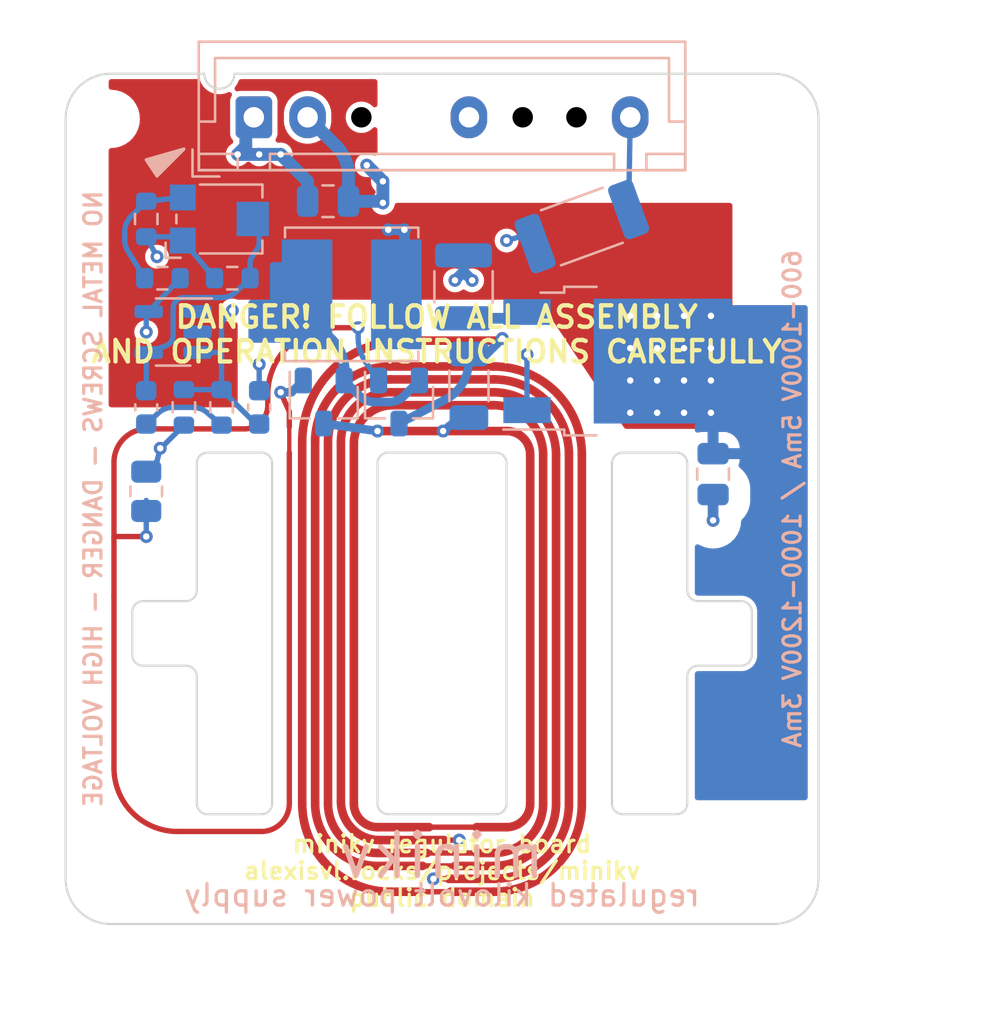
<source format=kicad_pcb>
(kicad_pcb (version 20220914) (generator pcbnew)
  (layers (0 "F.Cu" signal) (1 "In1.Cu" signal) (2 "In2.Cu" signal) (31 "B.Cu" signal) (34 "B.Paste" user) (35 "F.Paste" user) (36 "B.SilkS" user "B.Silkscreen") (37 "F.SilkS" user "F.Silkscreen") (38 "B.Mask" user) (39 "F.Mask" user) (44 "Edge.Cuts" user))
  (net 0 "")
  (net 1 "Net-(Q2-C)")
  (net 2 "GND")
  (net 3 "Net-(U1-R)")
  (net 4 "Net-(C4-Pad2)")
  (net 5 "+12V")
  (net 6 "Net-(Q3-G)")
  (net 7 "Net-(Q3-S)")
  (net 10 "/1kV")
  (net 11 "Net-(R4-Pad1)")
  (net 12 "/500Vpp")
  (net 13 "/RoyerReg")
  (net 14 "Net-(Q2-B)")
  (net 15 "Net-(Q1-C)")
  (net 16 "Net-(Q1-E)")
  (net 17 "Net-(Q1-B)")
  (net 18 "Net-(R2-Pad2)")
  (footprint "alexisvl:NetTie-0.4mm" (layer "F.Cu") (at 150.8 111.4)
    (fp_text reference "TW2" hide)
    (fp_text value "2½T" hide)
    (fp_poly (pts (xy -0.5 -0.2) (xy 0.5 -0.2) (xy 0.5 0.2) (xy -0.5 0.2)) (fill solid) (layer "F.Cu"))
    (pad "1" smd circle (at -0.5 0) (size 0.4 0.4) (layers "F.Cu") (net 5 "+12V"))
    (pad "2" smd circle (at 0.5 0) (size 0.4 0.4) (layers "F.Cu") (net 1 "Net-(Q2-C)"))
  )
  (footprint "alexisvl:NetTie-0.4mm" (layer "F.Cu") (at 149.6 109.6)
    (fp_text reference "TW1" hide)
    (fp_text value "2½T" hide)
    (fp_poly (pts (xy -0.5 -0.2) (xy 0.5 -0.2) (xy 0.5 0.2) (xy -0.5 0.2)) (fill solid) (layer "F.Cu"))
    (pad "1" smd circle (at -0.5 0) (size 0.4 0.4) (layers "F.Cu") (net 15 "Net-(Q1-C)"))
    (pad "2" smd circle (at 0.5 0) (size 0.4 0.4) (layers "F.Cu") (net 5 "+12V"))
  )
  (footprint "MountingHole:MountingHole_2.2mm_M2" (layer "F.Cu") (at 165.4 111.4)
    (fp_text reference "H3" hide)
    (fp_text value "MountingHole")
    (pad "" np_thru_hole circle (at 0 0) (size 2.2 2.2) (drill 2.2) (layers *.Cu *.Mask))
  )
  (footprint "MountingHole:MountingHole_2.2mm_M2" (layer "F.Cu") (at 165.4 76.1)
    (fp_text reference "H2" hide)
    (fp_text value "MountingHole")
    (pad "" np_thru_hole circle (at 0 0) (size 2.2 2.2) (drill 2.2) (layers *.Cu *.Mask))
  )
  (footprint "MountingHole:MountingHole_2.2mm_M2" (layer "F.Cu") (at 134.6 111.4)
    (fp_text reference "H4" hide)
    (fp_text value "MountingHole")
    (pad "" np_thru_hole circle (at 0 0) (size 2.2 2.2) (drill 2.2) (layers *.Cu *.Mask))
  )
  (footprint "alexisvl:NetTie-0.2mm-1mmClear" (layer "F.Cu") (at 142.9 91 90)
    (fp_text reference "TW3" hide)
    (fp_text value "½T" hide)
    (fp_line (start -0.6 0) (end 0.6 0) (stroke (width 0.2)) (layer "F.Cu"))
    (pad "1" smd circle (at -0.6 0 90) (size 0.2 0.2) (layers "F.Cu") (net 17 "Net-(Q1-B)"))
    (pad "2" smd circle (at 0.6 0 90) (size 0.2 0.2) (layers "F.Cu") (net 14 "Net-(Q2-B)"))
  )
  (footprint "MountingHole:MountingHole_2.2mm_M2" (layer "F.Cu") (at 134.6 76.1)
    (fp_text reference "H1" hide)
    (fp_text value "MountingHole")
    (pad "" np_thru_hole circle (at 0 0) (size 2.2 2.2) (drill 2.2) (layers *.Cu *.Mask))
  )
  (footprint "Potentiometer_SMD:Potentiometer_Bourns_TC33X_Vertical" (layer "B.Cu") (at 139.75 80.75)
    (fp_text reference "RV1" hide)
    (fp_text value "100k")
    (fp_line (start -2.6 1.8) (end -2.6 1.1) (stroke (width 0.12)) (layer "B.SilkS"))
    (fp_line (start -2.1 0.2) (end -2.1 -0.2) (stroke (width 0.12)) (layer "B.SilkS"))
    (fp_line (start -1.9 1.8) (end -2.6 1.8) (stroke (width 0.12)) (layer "B.SilkS"))
    (fp_line (start -1 -1.6) (end 1.9 -1.6) (stroke (width 0.12)) (layer "B.SilkS"))
    (fp_line (start -1 1.6) (end 1.9 1.6) (stroke (width 0.12)) (layer "B.SilkS"))
    (fp_line (start 1.9 -1.6) (end 1.9 -1) (stroke (width 0.12)) (layer "B.SilkS"))
    (fp_line (start 1.9 1.6) (end 1.9 1) (stroke (width 0.12)) (layer "B.SilkS"))
    (pad "1" smd rect (at -1.8 1) (size 1.2 1.2) (layers "B.Cu" "B.Paste" "B.Mask") (net 11 "Net-(R4-Pad1)"))
    (pad "2" smd rect (at 1.45 0) (size 1.5 1.6) (layers "B.Cu" "B.Paste" "B.Mask") (net 3 "Net-(U1-R)"))
    (pad "3" smd rect (at -1.8 -1) (size 1.2 1.2) (layers "B.Cu" "B.Paste" "B.Mask") (net 18 "Net-(R2-Pad2)"))
  )
  (footprint "Capacitor_SMD:C_0603_1608Metric" (layer "B.Cu") (at 141.5 89.5 90)
    (fp_text reference "C5" hide)
    (fp_text value "220n")
    (fp_line (start -0.14058 -0.51) (end 0.14058 -0.51) (stroke (width 0.12)) (layer "B.SilkS"))
    (fp_line (start -0.14058 0.51) (end 0.14058 0.51) (stroke (width 0.12)) (layer "B.SilkS"))
    (pad "1" smd roundrect (at -0.775 0 90) (size 0.9 0.95) (layers "B.Cu" "B.Paste" "B.Mask") (net 6 "Net-(Q3-G)"))
    (pad "2" smd roundrect (at 0.775 0 90) (size 0.9 0.95) (layers "B.Cu" "B.Paste" "B.Mask") (net 2 "GND"))
  )
  (footprint "Resistor_SMD:R_0603_1608Metric" (layer "B.Cu") (at 138 89.5 90)
    (fp_text reference "R6" hide)
    (fp_text value "15k")
    (fp_line (start -0.237258 -0.5225) (end 0.237258 -0.5225) (stroke (width 0.12)) (layer "B.SilkS"))
    (fp_line (start -0.237258 0.5225) (end 0.237258 0.5225) (stroke (width 0.12)) (layer "B.SilkS"))
    (pad "1" smd roundrect (at -0.825 0 90) (size 0.8 0.95) (layers "B.Cu" "B.Paste" "B.Mask") (net 5 "+12V"))
    (pad "2" smd roundrect (at 0.825 0 90) (size 0.8 0.95) (layers "B.Cu" "B.Paste" "B.Mask") (net 6 "Net-(Q3-G)"))
  )
  (footprint "Inductor_SMD:L_Bourns_SRN6045TA" (layer "B.Cu") (at 145.8 84.25)
    (fp_text reference "L1" hide)
    (fp_text value "220u")
    (fp_line (start -3.1 -3.1) (end -3.1 -2.65) (stroke (width 0.12)) (layer "B.SilkS"))
    (fp_line (start -3.1 3.1) (end -3.1 2.65) (stroke (width 0.12)) (layer "B.SilkS"))
    (fp_line (start -3.1 3.1) (end 3.1 3.1) (stroke (width 0.12)) (layer "B.SilkS"))
    (fp_line (start 3.1 -3.1) (end -3.1 -3.1) (stroke (width 0.12)) (layer "B.SilkS"))
    (fp_line (start 3.1 -3.1) (end 3.1 -2.65) (stroke (width 0.12)) (layer "B.SilkS"))
    (fp_line (start 3.1 3.1) (end 3.1 2.65) (stroke (width 0.12)) (layer "B.SilkS"))
    (pad "1" smd rect (at -2.075 0) (size 2.35 5.1) (layers "B.Cu" "B.Paste" "B.Mask") (net 16 "Net-(Q1-E)"))
    (pad "2" smd rect (at 2.075 0) (size 2.35 5.1) (layers "B.Cu" "B.Paste" "B.Mask") (net 13 "/RoyerReg"))
  )
  (footprint "Resistor_SMD:R_1210_3225Metric" (layer "B.Cu") (at 151 83.9 90)
    (fp_text reference "R8" hide)
    (fp_text value "1r")
    (fp_line (start -0.723737 -1.355) (end 0.723737 -1.355) (stroke (width 0.12)) (layer "B.SilkS"))
    (fp_line (start -0.723737 1.355) (end 0.723737 1.355) (stroke (width 0.12)) (layer "B.SilkS"))
    (pad "1" smd roundrect (at -1.4625 0 90) (size 1.125 2.65) (layers "B.Cu" "B.Paste" "B.Mask") (roundrect_rratio 0.222222) (net 7 "Net-(Q3-S)"))
    (pad "2" smd roundrect (at 1.4625 0 90) (size 1.125 2.65) (layers "B.Cu" "B.Paste" "B.Mask") (roundrect_rratio 0.222222) (net 2 "GND"))
  )
  (footprint "Capacitor_SMD:C_0805_2012Metric" (layer "B.Cu") (at 144.7 79.925)
    (fp_text reference "C2" hide)
    (fp_text value "1u")
    (fp_line (start -0.261252 -0.735) (end 0.261252 -0.735) (stroke (width 0.12)) (layer "B.SilkS"))
    (fp_line (start -0.261252 0.735) (end 0.261252 0.735) (stroke (width 0.12)) (layer "B.SilkS"))
    (pad "1" smd roundrect (at -0.95 0) (size 1 1.45) (layers "B.Cu" "B.Paste" "B.Mask") (net 5 "+12V"))
    (pad "2" smd roundrect (at 0.95 0) (size 1 1.45) (layers "B.Cu" "B.Paste" "B.Mask") (net 2 "GND"))
  )
  (footprint "Capacitor_SMD:C_0603_1608Metric" (layer "B.Cu") (at 136.25 89.5 -90)
    (fp_text reference "C4" hide)
    (fp_text value "390p")
    (fp_line (start -0.14058 -0.51) (end 0.14058 -0.51) (stroke (width 0.12)) (layer "B.SilkS"))
    (fp_line (start -0.14058 0.51) (end 0.14058 0.51) (stroke (width 0.12)) (layer "B.SilkS"))
    (pad "1" smd roundrect (at -0.775 0 270) (size 0.9 0.95) (layers "B.Cu" "B.Paste" "B.Mask") (net 3 "Net-(U1-R)"))
    (pad "2" smd roundrect (at 0.775 0 270) (size 0.9 0.95) (layers "B.Cu" "B.Paste" "B.Mask") (net 4 "Net-(C4-Pad2)"))
  )
  (footprint "alexisvl:SOT-23" (layer "B.Cu") (at 148 89.25 -90)
    (fp_text reference "Q1" hide)
    (fp_text value "PBSS8110")
    (fp_line (start 0.76 -1.58) (end -0.7 -1.58) (stroke (width 0.12)) (layer "B.SilkS"))
    (fp_line (start 0.76 -1.58) (end 0.76 -0.65) (stroke (width 0.12)) (layer "B.SilkS"))
    (fp_line (start 0.76 1.58) (end -1.4 1.58) (stroke (width 0.12)) (layer "B.SilkS"))
    (fp_line (start 0.76 1.58) (end 0.76 0.65) (stroke (width 0.12)) (layer "B.SilkS"))
    (pad "1" smd roundrect (at -1 0.95 270) (size 1.2 0.8) (layers "B.Cu" "B.Paste" "B.Mask") (net 17 "Net-(Q1-B)"))
    (pad "2" smd roundrect (at -1 -0.95 270) (size 1.2 0.8) (layers "B.Cu" "B.Paste" "B.Mask") (net 16 "Net-(Q1-E)"))
    (pad "3" smd roundrect (at 1 0 270) (size 1.2 0.8) (layers "B.Cu" "B.Paste" "B.Mask") (net 15 "Net-(Q1-C)"))
  )
  (footprint "Capacitor_SMD:C_0805_2012Metric" (layer "B.Cu") (at 162.6 92.6 90)
    (fp_text reference "C3" hide)
    (fp_text value "1u")
    (fp_line (start -0.261252 -0.735) (end 0.261252 -0.735) (stroke (width 0.12)) (layer "B.SilkS"))
    (fp_line (start -0.261252 0.735) (end 0.261252 0.735) (stroke (width 0.12)) (layer "B.SilkS"))
    (pad "1" smd roundrect (at -0.95 0 90) (size 1 1.45) (layers "B.Cu" "B.Paste" "B.Mask") (net 5 "+12V"))
    (pad "2" smd roundrect (at 0.95 0 90) (size 1 1.45) (layers "B.Cu" "B.Paste" "B.Mask") (net 13 "/RoyerReg"))
  )
  (footprint "Resistor_SMD:R_0603_1608Metric" (layer "B.Cu") (at 137 83.5)
    (fp_text reference "R3" hide)
    (fp_text value "9k1")
    (fp_line (start -0.237258 -0.5225) (end 0.237258 -0.5225) (stroke (width 0.12)) (layer "B.SilkS"))
    (fp_line (start -0.237258 0.5225) (end 0.237258 0.5225) (stroke (width 0.12)) (layer "B.SilkS"))
    (pad "1" smd roundrect (at -0.825 0) (size 0.8 0.95) (layers "B.Cu" "B.Paste" "B.Mask") (net 18 "Net-(R2-Pad2)"))
    (pad "2" smd roundrect (at 0.825 0) (size 0.8 0.95) (layers "B.Cu" "B.Paste" "B.Mask") (net 2 "GND"))
  )
  (footprint "Resistor_SMD:R_0603_1608Metric" (layer "B.Cu") (at 136.25 80.75 90)
    (fp_text reference "R2" hide)
    (fp_text value "15k")
    (fp_line (start -0.237258 -0.5225) (end 0.237258 -0.5225) (stroke (width 0.12)) (layer "B.SilkS"))
    (fp_line (start -0.237258 0.5225) (end 0.237258 0.5225) (stroke (width 0.12)) (layer "B.SilkS"))
    (pad "1" smd roundrect (at -0.825 0 90) (size 0.8 0.95) (layers "B.Cu" "B.Paste" "B.Mask") (net 11 "Net-(R4-Pad1)"))
    (pad "2" smd roundrect (at 0.825 0 90) (size 0.8 0.95) (layers "B.Cu" "B.Paste" "B.Mask") (net 18 "Net-(R2-Pad2)"))
  )
  (footprint "Resistor_SMD:R_0805_2012Metric" (layer "B.Cu") (at 136.25 93.4 -90)
    (fp_text reference "R7" hide)
    (fp_text value "1k")
    (fp_line (start -0.227064 -0.735) (end 0.227064 -0.735) (stroke (width 0.12)) (layer "B.SilkS"))
    (fp_line (start -0.227064 0.735) (end 0.227064 0.735) (stroke (width 0.12)) (layer "B.SilkS"))
    (pad "1" smd roundrect (at -0.9125 0 270) (size 1.025 1.4) (layers "B.Cu" "B.Paste" "B.Mask") (roundrect_rratio 0.243902) (net 5 "+12V"))
    (pad "2" smd roundrect (at 0.9125 0 270) (size 1.025 1.4) (layers "B.Cu" "B.Paste" "B.Mask") (roundrect_rratio 0.243902) (net 17 "Net-(Q1-B)"))
  )
  (footprint "Connector_JST:JST_XH_B8B-XH-A_1x08_P2.50mm_Vertical" (layer "B.Cu") (at 141.25 76.025)
    (fp_text reference "J1" hide)
    (fp_text value "Conn_01x08")
    (fp_line (start -2.85 2.75) (end -2.85 1.5) (stroke (width 0.12)) (layer "B.SilkS"))
    (fp_line (start -2.56 -3.51) (end 20.06 -3.51) (stroke (width 0.12)) (layer "B.SilkS"))
    (fp_line (start -2.56 2.46) (end -2.56 -3.51) (stroke (width 0.12)) (layer "B.SilkS"))
    (fp_line (start -2.55 0.2) (end -1.8 0.2) (stroke (width 0.12)) (layer "B.SilkS"))
    (fp_line (start -2.55 1.7) (end -0.75 1.7) (stroke (width 0.12)) (layer "B.SilkS"))
    (fp_line (start -2.55 2.45) (end -2.55 1.7) (stroke (width 0.12)) (layer "B.SilkS"))
    (fp_line (start -1.8 -2.75) (end 8.75 -2.75) (stroke (width 0.12)) (layer "B.SilkS"))
    (fp_line (start -1.8 0.2) (end -1.8 -2.75) (stroke (width 0.12)) (layer "B.SilkS"))
    (fp_line (start -1.6 2.75) (end -2.85 2.75) (stroke (width 0.12)) (layer "B.SilkS"))
    (fp_line (start -0.75 1.7) (end -0.75 2.45) (stroke (width 0.12)) (layer "B.SilkS"))
    (fp_line (start -0.75 2.45) (end -2.55 2.45) (stroke (width 0.12)) (layer "B.SilkS"))
    (fp_line (start 0.75 1.7) (end 16.75 1.7) (stroke (width 0.12)) (layer "B.SilkS"))
    (fp_line (start 0.75 2.45) (end 0.75 1.7) (stroke (width 0.12)) (layer "B.SilkS"))
    (fp_line (start 16.75 1.7) (end 16.75 2.45) (stroke (width 0.12)) (layer "B.SilkS"))
    (fp_line (start 16.75 2.45) (end 0.75 2.45) (stroke (width 0.12)) (layer "B.SilkS"))
    (fp_line (start 18.25 1.7) (end 20.05 1.7) (stroke (width 0.12)) (layer "B.SilkS"))
    (fp_line (start 18.25 2.45) (end 18.25 1.7) (stroke (width 0.12)) (layer "B.SilkS"))
    (fp_line (start 19.3 -2.75) (end 8.75 -2.75) (stroke (width 0.12)) (layer "B.SilkS"))
    (fp_line (start 19.3 0.2) (end 19.3 -2.75) (stroke (width 0.12)) (layer "B.SilkS"))
    (fp_line (start 20.05 0.2) (end 19.3 0.2) (stroke (width 0.12)) (layer "B.SilkS"))
    (fp_line (start 20.05 1.7) (end 20.05 2.45) (stroke (width 0.12)) (layer "B.SilkS"))
    (fp_line (start 20.05 2.45) (end 18.25 2.45) (stroke (width 0.12)) (layer "B.SilkS"))
    (fp_line (start 20.06 -3.51) (end 20.06 2.46) (stroke (width 0.12)) (layer "B.SilkS"))
    (fp_line (start 20.06 2.46) (end -2.56 2.46) (stroke (width 0.12)) (layer "B.SilkS"))
    (pad "" np_thru_hole circle (at 5 0) (size 0.95 0.95) (drill 0.95) (layers *.Mask))
    (pad "" np_thru_hole circle (at 7.5 0) (size 0.95 0.95) (drill 0.95) (layers F&B.Cu *.Mask))
    (pad "" np_thru_hole circle (at 12.5 0) (size 0.95 0.95) (drill 0.95) (layers *.Mask))
    (pad "" np_thru_hole circle (at 15 0) (size 0.95 0.95) (drill 0.95) (layers *.Mask))
    (pad "1" thru_hole roundrect (at 0 0) (size 1.7 1.95) (drill 0.95) (layers *.Cu *.Mask) (roundrect_rratio 0.147059) (net 5 "+12V"))
    (pad "2" thru_hole oval (at 2.5 0) (size 1.7 1.95) (drill 0.95) (layers *.Cu *.Mask) (net 2 "GND"))
    (pad "5" thru_hole oval (at 10 0) (size 1.7 1.95) (drill 0.95) (layers *.Cu *.Mask) (net 12 "/500Vpp"))
    (pad "8" thru_hole oval (at 17.5 0) (size 1.7 1.95) (drill 0.95) (layers *.Cu *.Mask) (net 10 "/1kV"))
  )
  (footprint "alexisvl:SOT-23" (layer "B.Cu") (at 144.5 89.25 -90)
    (fp_text reference "Q2" hide)
    (fp_text value "PBSS8110")
    (fp_line (start 0.76 -1.58) (end -0.7 -1.58) (stroke (width 0.12)) (layer "B.SilkS"))
    (fp_line (start 0.76 -1.58) (end 0.76 -0.65) (stroke (width 0.12)) (layer "B.SilkS"))
    (fp_line (start 0.76 1.58) (end -1.4 1.58) (stroke (width 0.12)) (layer "B.SilkS"))
    (fp_line (start 0.76 1.58) (end 0.76 0.65) (stroke (width 0.12)) (layer "B.SilkS"))
    (pad "1" smd roundrect (at -1 0.95 270) (size 1.2 0.8) (layers "B.Cu" "B.Paste" "B.Mask") (net 14 "Net-(Q2-B)"))
    (pad "2" smd roundrect (at -1 -0.95 270) (size 1.2 0.8) (layers "B.Cu" "B.Paste" "B.Mask") (net 16 "Net-(Q1-E)"))
    (pad "3" smd roundrect (at 1 0 270) (size 1.2 0.8) (layers "B.Cu" "B.Paste" "B.Mask") (net 1 "Net-(Q2-C)"))
  )
  (footprint "Resistor_SMD:R_0603_1608Metric" (layer "B.Cu") (at 139.75 89.5 90)
    (fp_text reference "R5" hide)
    (fp_text value "3M3")
    (fp_line (start -0.237258 -0.5225) (end 0.237258 -0.5225) (stroke (width 0.12)) (layer "B.SilkS"))
    (fp_line (start -0.237258 0.5225) (end 0.237258 0.5225) (stroke (width 0.12)) (layer "B.SilkS"))
    (pad "1" smd roundrect (at -0.825 0 90) (size 0.8 0.95) (layers "B.Cu" "B.Paste" "B.Mask") (net 4 "Net-(C4-Pad2)"))
    (pad "2" smd roundrect (at 0.825 0 90) (size 0.8 0.95) (layers "B.Cu" "B.Paste" "B.Mask") (net 6 "Net-(Q3-G)"))
  )
  (footprint "Resistor_SMD:R_0603_1608Metric" (layer "B.Cu") (at 140.25 83.5)
    (fp_text reference "R4" hide)
    (fp_text value "100k")
    (fp_line (start -0.237258 -0.5225) (end 0.237258 -0.5225) (stroke (width 0.12)) (layer "B.SilkS"))
    (fp_line (start -0.237258 0.5225) (end 0.237258 0.5225) (stroke (width 0.12)) (layer "B.SilkS"))
    (pad "1" smd roundrect (at -0.825 0) (size 0.8 0.95) (layers "B.Cu" "B.Paste" "B.Mask") (net 11 "Net-(R4-Pad1)"))
    (pad "2" smd roundrect (at 0.825 0) (size 0.8 0.95) (layers "B.Cu" "B.Paste" "B.Mask") (net 3 "Net-(U1-R)"))
  )
  (footprint "Package_TO_SOT_SMD:TO-252-2" (layer "B.Cu") (at 158.15 87.35)
    (fp_text reference "Q3" hide)
    (fp_text value "PJD25N03")
    (fp_line (start -2.47 -3.45) (end -2.47 -3.18) (stroke (width 0.12)) (layer "B.SilkS"))
    (fp_line (start -2.47 -3.18) (end -3.57 -3.18) (stroke (width 0.12)) (layer "B.SilkS"))
    (fp_line (start -2.47 3.18) (end -5.3 3.18) (stroke (width 0.12)) (layer "B.SilkS"))
    (fp_line (start -2.47 3.45) (end -2.47 3.18) (stroke (width 0.12)) (layer "B.SilkS"))
    (fp_line (start -0.97 -3.45) (end -2.47 -3.45) (stroke (width 0.12)) (layer "B.SilkS"))
    (fp_line (start -0.97 3.45) (end -2.47 3.45) (stroke (width 0.12)) (layer "B.SilkS"))
    (pad "1" smd rect (at -4.2 2.28) (size 2.2 1.2) (layers "B.Cu" "B.Paste" "B.Mask") (net 6 "Net-(Q3-G)"))
    (pad "2" smd rect (at 2.1 0) (size 6.4 5.8) (layers "B.Cu" "B.Mask") (net 13 "/RoyerReg"))
    (pad "3" smd rect (at -4.2 -2.28) (size 2.2 1.2) (layers "B.Cu" "B.Paste" "B.Mask") (net 7 "Net-(Q3-S)"))
  )
  (footprint "Capacitor_SMD:C_1206_3216Metric" (layer "B.Cu") (at 151.25 88.5 -90)
    (fp_text reference "C1" hide)
    (fp_text value "15n")
    (fp_line (start -0.711252 -0.91) (end 0.711252 -0.91) (stroke (width 0.12)) (layer "B.SilkS"))
    (fp_line (start -0.711252 0.91) (end 0.711252 0.91) (stroke (width 0.12)) (layer "B.SilkS"))
    (pad "1" smd roundrect (at -1.475 0 270) (size 1.15 1.8) (layers "B.Cu" "B.Paste" "B.Mask") (roundrect_rratio 0.217391) (net 15 "Net-(Q1-C)"))
    (pad "2" smd roundrect (at 1.475 0 270) (size 1.15 1.8) (layers "B.Cu" "B.Paste" "B.Mask") (roundrect_rratio 0.217391) (net 1 "Net-(Q2-C)"))
  )
  (footprint "Package_TO_SOT_SMD:SOT-23-5" (layer "B.Cu") (at 137.5 86 180)
    (fp_text reference "U1" hide)
    (fp_text value "TLV431")
    (fp_line (start 0 -1.56) (end -0.8 -1.56) (stroke (width 0.12)) (layer "B.SilkS"))
    (fp_line (start 0 -1.56) (end 0.8 -1.56) (stroke (width 0.12)) (layer "B.SilkS"))
    (fp_line (start 0 1.56) (end -1.8 1.56) (stroke (width 0.12)) (layer "B.SilkS"))
    (fp_line (start 0 1.56) (end 0.8 1.56) (stroke (width 0.12)) (layer "B.SilkS"))
    (pad "1" smd roundrect (at -1.1375 0.95 180) (size 1.325 0.6) (layers "B.Cu" "B.Paste" "B.Mask"))
    (pad "2" smd roundrect (at -1.1375 0 180) (size 1.325 0.6) (layers "B.Cu" "B.Paste" "B.Mask"))
    (pad "3" smd roundrect (at -1.1375 -0.95 180) (size 1.325 0.6) (layers "B.Cu" "B.Paste" "B.Mask") (net 6 "Net-(Q3-G)"))
    (pad "4" smd roundrect (at 1.1375 -0.95 180) (size 1.325 0.6) (layers "B.Cu" "B.Paste" "B.Mask") (net 3 "Net-(U1-R)"))
    (pad "5" smd roundrect (at 1.1375 0.95 180) (size 1.325 0.6) (layers "B.Cu" "B.Paste" "B.Mask") (net 2 "GND"))
  )
  (footprint "Resistor_SMD:R_2010_5025Metric" (layer "B.Cu") (at 156.5 81.1 -160)
    (fp_text reference "R1" hide)
    (fp_text value "10M")
    (fp_line (start -1.527064 -1.36) (end 1.527064 -1.36) (stroke (width 0.12)) (layer "B.SilkS"))
    (fp_line (start -1.527064 1.36) (end 1.527064 1.36) (stroke (width 0.12)) (layer "B.SilkS"))
    (pad "1" smd roundrect (at -2.3125 0 200) (size 1.225 2.65) (layers "B.Cu" "B.Paste" "B.Mask") (roundrect_rratio 0.204082) (net 10 "/1kV"))
    (pad "2" smd roundrect (at 2.3125 0 200) (size 1.225 2.65) (layers "B.Cu" "B.Paste" "B.Mask") (roundrect_rratio 0.204082) (net 11 "Net-(R4-Pad1)"))
  )
  (gr_poly (pts (xy 136.75 78.75) (xy 136.25 78) (xy 138 77.5)) (stroke (width 0.15)) (fill solid) (layer "B.SilkS"))
  (gr_line (start 138.95 74) (end 134.6 74) (stroke (width 0.1)) (layer "Edge.Cuts"))
  (gr_line (start 136.1 101.5) (end 138.1 101.5) (stroke (width 0.1)) (layer "Edge.Cuts"))
  (gr_arc (start 157.9 92.1) (mid 158.046447 91.746447) (end 158.4 91.6) (stroke (width 0.1)) (layer "Edge.Cuts"))
  (gr_line (start 139.1 91.6) (end 141.6 91.6) (stroke (width 0.1)) (layer "Edge.Cuts"))
  (gr_line (start 160.9 108.4) (end 158.4 108.4) (stroke (width 0.1)) (layer "Edge.Cuts"))
  (gr_arc (start 161.4 107.9) (mid 161.253553 108.253553) (end 160.9 108.4) (stroke (width 0.1)) (layer "Edge.Cuts"))
  (gr_line (start 135.6 99) (end 135.6 101) (stroke (width 0.1)) (layer "Edge.Cuts"))
  (gr_arc (start 134.6 113.5) (mid 133.115076 112.884924) (end 132.5 111.4) (stroke (width 0.1)) (layer "Edge.Cuts"))
  (gr_arc (start 153 107.9) (mid 152.853553 108.253553) (end 152.5 108.4) (stroke (width 0.1)) (layer "Edge.Cuts"))
  (gr_arc (start 142.1 107.9) (mid 141.953553 108.253553) (end 141.6 108.4) (stroke (width 0.1)) (layer "Edge.Cuts"))
  (gr_line (start 164.4 99) (end 164.4 101) (stroke (width 0.1)) (layer "Edge.Cuts"))
  (gr_line (start 163.9 101.5) (end 161.9 101.5) (stroke (width 0.1)) (layer "Edge.Cuts"))
  (gr_line (start 147 92.1) (end 147 107.9) (stroke (width 0.1)) (layer "Edge.Cuts"))
  (gr_arc (start 138.6 98) (mid 138.453553 98.353553) (end 138.1 98.5) (stroke (width 0.1)) (layer "Edge.Cuts"))
  (gr_arc (start 165.4 74) (mid 166.884924 74.615076) (end 167.5 76.1) (stroke (width 0.1)) (layer "Edge.Cuts"))
  (gr_line (start 141.6 108.4) (end 139.1 108.4) (stroke (width 0.1)) (layer "Edge.Cuts"))
  (gr_line (start 161.4 102) (end 161.4 107.9) (stroke (width 0.1)) (layer "Edge.Cuts"))
  (gr_line (start 138.6 98) (end 138.6 92.1) (stroke (width 0.1)) (layer "Edge.Cuts"))
  (gr_line (start 161.9 98.5) (end 163.9 98.5) (stroke (width 0.1)) (layer "Edge.Cuts"))
  (gr_line (start 138.1 98.5) (end 136.1 98.5) (stroke (width 0.1)) (layer "Edge.Cuts"))
  (gr_line (start 138.6 107.9) (end 138.6 102) (stroke (width 0.1)) (layer "Edge.Cuts"))
  (gr_line (start 158.4 91.6) (end 160.9 91.6) (stroke (width 0.1)) (layer "Edge.Cuts"))
  (gr_line (start 167.5 76.1) (end 167.5 111.4) (stroke (width 0.1)) (layer "Edge.Cuts"))
  (gr_arc (start 147 92.1) (mid 147.146447 91.746447) (end 147.5 91.6) (stroke (width 0.1)) (layer "Edge.Cuts"))
  (gr_arc (start 147.5 108.4) (mid 147.146447 108.253553) (end 147 107.9) (stroke (width 0.1)) (layer "Edge.Cuts"))
  (gr_arc (start 139.1 108.4) (mid 138.746447 108.253553) (end 138.6 107.9) (stroke (width 0.1)) (layer "Edge.Cuts"))
  (gr_arc (start 161.9 98.5) (mid 161.546447 98.353553) (end 161.4 98) (stroke (width 0.1)) (layer "Edge.Cuts"))
  (gr_arc (start 160.9 91.6) (mid 161.253553 91.746447) (end 161.4 92.1) (stroke (width 0.1)) (layer "Edge.Cuts"))
  (gr_arc (start 141.6 91.6) (mid 141.953553 91.746447) (end 142.1 92.1) (stroke (width 0.1)) (layer "Edge.Cuts"))
  (gr_arc (start 132.5 76.1) (mid 133.115076 74.615076) (end 134.6 74) (stroke (width 0.1)) (layer "Edge.Cuts"))
  (gr_line (start 147.5 108.4) (end 152.5 108.4) (stroke (width 0.1)) (layer "Edge.Cuts"))
  (gr_arc (start 140.35 74) (mid 139.65 74.7) (end 138.95 74) (stroke (width 0.1)) (layer "Edge.Cuts"))
  (gr_line (start 153 107.9) (end 153 92.1) (stroke (width 0.1)) (layer "Edge.Cuts"))
  (gr_arc (start 136.1 101.5) (mid 135.746447 101.353553) (end 135.6 101) (stroke (width 0.1)) (layer "Edge.Cuts"))
  (gr_line (start 140.35 74) (end 165.4 74) (stroke (width 0.1)) (layer "Edge.Cuts"))
  (gr_line (start 157.9 107.9) (end 157.9 92.1) (stroke (width 0.1)) (layer "Edge.Cuts"))
  (gr_line (start 165.4 113.5) (end 134.6 113.5) (stroke (width 0.1)) (layer "Edge.Cuts"))
  (gr_arc (start 135.6 99) (mid 135.746447 98.646447) (end 136.1 98.5) (stroke (width 0.1)) (layer "Edge.Cuts"))
  (gr_line (start 161.4 92.1) (end 161.4 98) (stroke (width 0.1)) (layer "Edge.Cuts"))
  (gr_arc (start 152.5 91.6) (mid 152.853553 91.746447) (end 153 92.1) (stroke (width 0.1)) (layer "Edge.Cuts"))
  (gr_arc (start 158.4 108.4) (mid 158.046447 108.253553) (end 157.9 107.9) (stroke (width 0.1)) (layer "Edge.Cuts"))
  (gr_arc (start 138.1 101.5) (mid 138.453553 101.646447) (end 138.6 102) (stroke (width 0.1)) (layer "Edge.Cuts"))
  (gr_arc (start 163.9 98.5) (mid 164.253553 98.646447) (end 164.4 99) (stroke (width 0.1)) (layer "Edge.Cuts"))
  (gr_arc (start 164.4 101) (mid 164.253553 101.353553) (end 163.9 101.5) (stroke (width 0.1)) (layer "Edge.Cuts"))
  (gr_line (start 132.5 111.4) (end 132.5 76.1) (stroke (width 0.1)) (layer "Edge.Cuts"))
  (gr_arc (start 161.4 102) (mid 161.546447 101.646447) (end 161.9 101.5) (stroke (width 0.1)) (layer "Edge.Cuts"))
  (gr_arc (start 138.6 92.1) (mid 138.746447 91.746447) (end 139.1 91.6) (stroke (width 0.1)) (layer "Edge.Cuts"))
  (gr_arc (start 167.5 111.4) (mid 166.884924 112.884924) (end 165.4 113.5) (stroke (width 0.1)) (layer "Edge.Cuts"))
  (gr_line (start 142.1 92.1) (end 142.1 107.9) (stroke (width 0.1)) (layer "Edge.Cuts"))
  (gr_line (start 152.5 91.6) (end 147.5 91.6) (stroke (width 0.1)) (layer "Edge.Cuts"))
  (gr_text "NO METAL SCREWS — DANGER — HIGH VOLTAGE" (at 134.25 93.75 90) (layer "B.SilkS") (effects (font (size 0.8 0.8)) (justify bottom mirror)))
  (gr_text "regulated kilovolt power supply" (at 150 112.75) (layer "B.SilkS") (effects (font (size 1 1)) (justify bottom mirror)))
  (gr_text "minikv" (at 150 111.5) (layer "B.SilkS") (effects (font (size 2 2) (thickness 0.25)) (justify bottom mirror)))
  (gr_text "600-1000V 5mA / 1000-1200V 3mA" (at 166.75 93.75 90) (layer "B.SilkS") (effects (font (size 0.8 0.8)) (justify bottom mirror)))
  (gr_text "minikv regulator board" (at 150 110.25) (layer "F.SilkS") (effects (font (size 0.8 0.8)) (justify bottom)))
  (gr_text "DANGER! FOLLOW ALL ASSEMBLY\nAND OPERATION INSTRUCTIONS CAREFULLY" (at 149.75 87.5) (layer "F.SilkS") (effects (font (size 1 1) (thickness 0.2) bold) (justify bottom)))
  (gr_text "public domain" (at 150 112.75) (layer "F.SilkS") (effects (font (size 0.8 0.8)) (justify bottom)))
  (gr_text "alexisvl.rocks/projects/minikv" (at 150 111.5) (layer "F.SilkS") (effects (font (size 0.8 0.8)) (justify bottom)))
  (segment (start 149.3 110.2) (end 151.6 110.2) (width 0.25) (layer "F.Cu") (net 1))
  (segment (start 155.9 91.7) (end 155.9 107.9) (width 0.4) (layer "F.Cu") (net 1))
  (segment (start 147.6 88.2) (end 152.4 88.2) (width 0.4) (layer "F.Cu") (net 1))
  (segment (start 145.9 107.9) (end 145.9 91.2) (width 0.4) (layer "F.Cu") (net 1))
  (segment (start 154.1 91.7) (end 154.1 107.9) (width 0.4) (layer "F.Cu") (net 1))
  (segment (start 147.7 89.4) (end 152.4 89.4) (width 0.4) (layer "F.Cu") (net 1))
  (segment (start 149.3 110.2) (end 147 110.2) (width 0.4) (layer "F.Cu") (net 1))
  (segment (start 150.05 90.6) (end 153 90.6) (width 0.4) (layer "F.Cu") (net 1))
  (segment (start 149.4 109) (end 151.6 109) (width 0.25) (layer "F.Cu") (net 1))
  (segment (start 147 90.6) (end 150.05 90.6) (width 0.4) (layer "F.Cu") (net 1))
  (segment (start 153 109) (end 151.6 109) (width 0.4) (layer "F.Cu") (net 1))
  (segment (start 152.4 111.4) (end 151.3 111.4) (width 0.4) (layer "F.Cu") (net 1))
  (segment (start 154.7 91.7) (end 154.7 107.9) (width 0.4) (layer "F.Cu") (net 1))
  (segment (start 149.4 109) (end 147 109) (width 0.4) (layer "F.Cu") (net 1))
  (segment (start 144.7 107.9) (end 144.7 91.1) (width 0.4) (layer "F.Cu") (net 1))
  (segment (start 152.4 110.2) (end 151.6 110.2) (width 0.4) (layer "F.Cu") (net 1))
  (via (at 147 90.6) (size 0.6) (drill 0.3) (layers "F.Cu" "B.Cu") (net 1))
  (via (at 150.05 90.6) (size 0.6) (drill 0.3) (layers "F.Cu" "B.Cu") (net 1))
  (arc (start 154.7 107.9) (mid 154.026346 109.526346) (end 152.4 110.2) (width 0.4) (layer "F.Cu") (net 1))
  (arc (start 147 109) (mid 146.222183 108.677817) (end 145.9 107.9) (width 0.4) (layer "F.Cu") (net 1))
  (arc (start 153 90.6) (mid 153.777817 90.922183) (end 154.1 91.7) (width 0.4) (layer "F.Cu") (net 1))
  (arc (start 144.7 91.1) (mid 145.54939 89.04939) (end 147.6 88.2) (width 0.4) (layer "F.Cu") (net 1))
  (arc (start 145.9 91.2) (mid 146.427208 89.927208) (end 147.7 89.4) (width 0.4) (layer "F.Cu") (net 1))
  (arc (start 152.4 89.4) (mid 154.026346 90.073654) (end 154.7 91.7) (width 0.4) (layer "F.Cu") (net 1))
  (arc (start 152.4 88.2) (mid 154.874874 89.225126) (end 155.9 91.7) (width 0.4) (layer "F.Cu") (net 1))
  (arc (start 154.1 107.9) (mid 153.777817 108.677817) (end 153 109) (width 0.4) (layer "F.Cu") (net 1))
  (arc (start 155.9 107.9) (mid 154.874874 110.374874) (end 152.4 111.4) (width 0.4) (layer "F.Cu") (net 1))
  (arc (start 147 110.2) (mid 145.373654 109.526346) (end 144.7 107.9) (width 0.4) (layer "F.Cu") (net 1))
  (segment (start 147 90.6) (end 144.5 90.25) (width 0.4) (layer "B.Cu") (net 1))
  (segment (start 150.825 89.975) (end 151.25 89.975) (width 0.4) (layer "B.Cu") (net 1))
  (segment (start 150.05 90.6) (end 150.825 89.975) (width 0.4) (layer "B.Cu") (net 1))
  (via (at 150.6 83.6) (size 0.6) (drill 0.3) (layers "F.Cu" "B.Cu") (net 2))
  (via (at 141.5 87.5) (size 0.6) (drill 0.3) (layers "F.Cu" "B.Cu") (net 2))
  (via (at 151.4 83.6) (size 0.6) (drill 0.3) (layers "F.Cu" "B.Cu") (net 2))
  (via (at 146.5 78.25) (size 0.6) (drill 0.3) (layers "F.Cu" "B.Cu") (net 2))
  (via (at 147.25 79) (size 0.6) (drill 0.3) (layers "F.Cu" "B.Cu") (net 2))
  (via (at 136.25 86) (size 0.6) (drill 0.3) (layers "F.Cu" "B.Cu") (net 2))
  (via (at 147.25 80) (size 0.6) (drill 0.3) (layers "F.Cu" "B.Cu") (net 2))
  (segment (start 147.25 80) (end 147.25 79) (width 0.6) (layer "B.Cu") (net 2))
  (segment (start 143.75 76.025) (end 145.064214 77.339214) (width 0.6) (layer "B.Cu") (net 2))
  (segment (start 145.65 78.753427) (end 145.65 79.925) (width 0.6) (layer "B.Cu") (net 2))
  (segment (start 147.175 79.925) (end 145.65 79.925) (width 0.6) (layer "B.Cu") (net 2))
  (segment (start 151 83.2) (end 150.6 83.6) (width 0.5) (layer "B.Cu") (net 2))
  (segment (start 151 83.2) (end 151.4 83.6) (width 0.5) (layer "B.Cu") (net 2))
  (segment (start 136.25 85.1625) (end 136.3625 85.05) (width 0.25) (layer "B.Cu") (net 2))
  (segment (start 136.25 86) (end 136.25 85.1625) (width 0.25) (layer "B.Cu") (net 2))
  (segment (start 151 82.4375) (end 151 83.2) (width 0.5) (layer "B.Cu") (net 2))
  (segment (start 147.25 80) (end 147.175 79.925) (width 0.6) (layer "B.Cu") (net 2))
  (segment (start 136.3625 85.05) (end 137.825 83.5) (width 0.25) (layer "B.Cu") (net 2))
  (segment (start 141.5 88.725) (end 141.5 87.5) (width 0.25) (layer "B.Cu") (net 2))
  (segment (start 147.25 79) (end 146.5 78.25) (width 0.6) (layer "B.Cu") (net 2))
  (arc (start 145.064214 77.339214) (mid 145.497759 77.98806) (end 145.65 78.753427) (width 0.6) (layer "B.Cu") (net 2))
  (segment (start 136.3625 86.95) (end 137.183932 86.625038) (width 0.25) (layer "B.Cu") (net 3))
  (segment (start 136.25 88.725) (end 136.25 87.0625) (width 0.25) (layer "B.Cu") (net 3))
  (segment (start 141.156515 82.52533) (end 141.418485 82.124671) (width 0.25) (layer "B.Cu") (net 3))
  (segment (start 137.5 86.160098) (end 137.5 84.9) (width 0.25) (layer "B.Cu") (net 3))
  (segment (start 136.25 87.0625) (end 136.3625 86.95) (width 0.25) (layer "B.Cu") (net 3))
  (segment (start 141.5 81.851046) (end 141.5 81.257107) (width 0.25) (layer "B.Cu") (net 3))
  (segment (start 141.353553 80.903553) (end 141.2 80.75) (width 0.25) (layer "B.Cu") (net 3))
  (segment (start 138 84.4) (end 139.743788 84.4) (width 0.25) (layer "B.Cu") (net 3))
  (segment (start 141.075 83.5) (end 141.075 82.798955) (width 0.25) (layer "B.Cu") (net 3))
  (segment (start 140.441143 84.116726) (end 141.075 83.5) (width 0.25) (layer "B.Cu") (net 3))
  (arc (start 139.743788 84.4) (mid 140.120135 84.326479) (end 140.441143 84.116726) (width 0.25) (layer "B.Cu") (net 3))
  (arc (start 137.5 86.160098) (mid 137.413501 86.441198) (end 137.183932 86.625038) (width 0.25) (layer "B.Cu") (net 3))
  (arc (start 141.5 81.851046) (mid 141.479188 81.9938) (end 141.418485 82.124671) (width 0.25) (layer "B.Cu") (net 3))
  (arc (start 141.075 82.798955) (mid 141.095812 82.656201) (end 141.156515 82.52533) (width 0.25) (layer "B.Cu") (net 3))
  (arc (start 137.5 84.9) (mid 137.646447 84.546447) (end 138 84.4) (width 0.25) (layer "B.Cu") (net 3))
  (arc (start 141.5 81.257107) (mid 141.46194 81.065765) (end 141.353553 80.903553) (width 0.25) (layer "B.Cu") (net 3))
  (segment (start 139.082083 89.744967) (end 139.75 90.325) (width 0.25) (layer "B.Cu") (net 4))
  (segment (start 136.25 90.275) (end 136.813693 89.761044) (width 0.25) (layer "B.Cu") (net 4))
  (segment (start 138.426396 89.5) (end 137.487447 89.5) (width 0.25) (layer "B.Cu") (net 4))
  (arc (start 136.813693 89.761044) (mid 137.126169 89.567542) (end 137.487447 89.5) (width 0.25) (layer "B.Cu") (net 4))
  (arc (start 139.082083 89.744967) (mid 138.776373 89.563241) (end 138.426396 89.5) (width 0.25) (layer "B.Cu") (net 4))
  (segment (start 150.1 109.6) (end 150.8 109.6) (width 0.25) (layer "F.Cu") (net 5))
  (segment (start 150.3 111.4) (end 149.6 111.4) (width 0.25) (layer "F.Cu") (net 5))
  (via (at 162.6 94.75) (size 0.6) (drill 0.3) (layers "F.Cu" "B.Cu") (net 5))
  (via (at 150.8 109.6) (size 0.6) (drill 0.3) (layers "F.Cu" "B.Cu") (net 5))
  (via (at 140.5 77.75) (size 0.6) (drill 0.3) (layers "F.Cu" "B.Cu") (net 5))
  (via (at 141.5 77.75) (size 0.6) (drill 0.3) (layers "F.Cu" "B.Cu") (net 5))
  (via (at 136.9 91.4) (size 0.6) (drill 0.3) (layers "F.Cu" "B.Cu") (net 5))
  (via (at 142.5 77.75) (size 0.6) (drill 0.3) (layers "F.Cu" "B.Cu") (net 5))
  (via (at 149.6 111.4) (size 0.6) (drill 0.3) (layers "F.Cu" "B.Cu") (net 5))
  (segment (start 136.9 91.4) (end 136.925 91.4) (width 0.25) (layer "B.Cu") (net 5))
  (segment (start 141.5 77.75) (end 142.5 77.75) (width 0.6) (layer "B.Cu") (net 5))
  (segment (start 136.925 91.4) (end 138 90.325) (width 0.25) (layer "B.Cu") (net 5))
  (segment (start 140.5 77.75) (end 141.5 77.75) (width 0.6) (layer "B.Cu") (net 5))
  (segment (start 136.25 92.4875) (end 136.75 92) (width 0.25) (layer "B.Cu") (net 5))
  (segment (start 162.6 93.55) (end 162.6 94.75) (width 0.5) (layer "B.Cu") (net 5))
  (segment (start 136.75 92) (end 136.9 91.4) (width 0.25) (layer "B.Cu") (net 5))
  (segment (start 142.5 77.75) (end 143.75 79) (width 0.6) (layer "B.Cu") (net 5))
  (segment (start 143.75 79) (end 143.75 79.925) (width 0.6) (layer "B.Cu") (net 5))
  (segment (start 140.88 77.37) (end 140.5 77.75) (width 0.6) (layer "B.Cu") (net 5))
  (segment (start 140.88 75.6) (end 140.88 77.37) (width 0.6) (layer "B.Cu") (net 5))
  (via (at 140.25 85) (size 0.6) (drill 0.3) (layers "F.Cu" "B.Cu") (net 6))
  (via (at 153.95 87.05) (size 0.6) (drill 0.3) (layers "F.Cu" "B.Cu") (net 6))
  (segment (start 138 88.675) (end 139.75 88.675) (width 0.25) (layer "B.Cu") (net 6))
  (segment (start 141.35 90.275) (end 139.75 88.675) (width 0.25) (layer "B.Cu") (net 6))
  (segment (start 153.95 87.05) (end 153.95 87.3) (width 0.25) (layer "B.Cu") (net 6))
  (segment (start 139.75 88.675) (end 139.75 87) (width 0.25) (layer "B.Cu") (net 6))
  (segment (start 140.25 85) (end 139.896446 85.353554) (width 0.25) (layer "B.Cu") (net 6))
  (segment (start 141.5 90.275) (end 141.35 90.275) (width 0.25) (layer "B.Cu") (net 6))
  (segment (start 153.95 87.3) (end 153.95 89.63) (width 0.25) (layer "B.Cu") (net 6))
  (segment (start 138.6375 86.95) (end 139.7 86.95) (width 0.25) (layer "B.Cu") (net 6))
  (segment (start 139.7 86.95) (end 139.75 87) (width 0.25) (layer "B.Cu") (net 6))
  (segment (start 139.75 85.707107) (end 139.75 87) (width 0.25) (layer "B.Cu") (net 6))
  (arc (start 139.896446 85.353554) (mid 139.78806 85.515766) (end 139.75 85.707107) (width 0.25) (layer "B.Cu") (net 6))
  (segment (start 151 85.3625) (end 153.6575 85.3625) (width 0.5) (layer "B.Cu") (net 7))
  (segment (start 153.6575 85.3625) (end 153.95 85.07) (width 0.5) (layer "B.Cu") (net 7))
  (segment (start 158.673039 80.309078) (end 158.75 76.025) (width 0.25) (layer "B.Cu") (net 10))
  (via (at 136.75 82.5) (size 0.6) (drill 0.3) (layers "F.Cu" "B.Cu") (net 11))
  (via (at 153 81.75) (size 0.6) (drill 0.3) (layers "F.Cu" "B.Cu") (net 11))
  (segment (start 136.25 81.575) (end 137.775 81.575) (width 0.25) (layer "B.Cu") (net 11))
  (segment (start 136.25 81.575) (end 136.75 82.5) (width 0.25) (layer "B.Cu") (net 11))
  (segment (start 139.425 83.5) (end 137.95 81.75) (width 0.25) (layer "B.Cu") (net 11))
  (segment (start 137.775 81.575) (end 137.95 81.75) (width 0.25) (layer "B.Cu") (net 11))
  (segment (start 154.222632 81.401561) (end 153 81.75) (width 0.25) (layer "B.Cu") (net 11))
  (via (at 158.75 86.75) (size 0.6) (drill 0.3) (layers "F.Cu" "B.Cu") (net 13))
  (via (at 158.75 85.25) (size 0.6) (drill 0.3) (layers "F.Cu" "B.Cu") (net 13))
  (via (at 160 88.25) (size 0.6) (drill 0.3) (layers "F.Cu" "B.Cu") (net 13))
  (via (at 147.5 81.25) (size 0.6) (drill 0.3) (layers "F.Cu" "B.Cu") (net 13))
  (via (at 161.25 86.75) (size 0.6) (drill 0.3) (layers "F.Cu" "B.Cu") (net 13))
  (via (at 158.75 88.25) (size 0.6) (drill 0.3) (layers "F.Cu" "B.Cu") (net 13))
  (via (at 162.5 88.25) (size 0.6) (drill 0.3) (layers "F.Cu" "B.Cu") (net 13))
  (via (at 158.75 89.75) (size 0.6) (drill 0.3) (layers "F.Cu" "B.Cu") (net 13))
  (via (at 162.5 86.75) (size 0.6) (drill 0.3) (layers "F.Cu" "B.Cu") (net 13))
  (via (at 161.25 89.75) (size 0.6) (drill 0.3) (layers "F.Cu" "B.Cu") (net 13))
  (via (at 161.25 88.25) (size 0.6) (drill 0.3) (layers "F.Cu" "B.Cu") (net 13))
  (via (at 160 89.75) (size 0.6) (drill 0.3) (layers "F.Cu" "B.Cu") (net 13))
  (via (at 160 85.25) (size 0.6) (drill 0.3) (layers "F.Cu" "B.Cu") (net 13))
  (via (at 162.5 85.25) (size 0.6) (drill 0.3) (layers "F.Cu" "B.Cu") (net 13))
  (via (at 161.25 85.25) (size 0.6) (drill 0.3) (layers "F.Cu" "B.Cu") (net 13))
  (via (at 148.25 81.25) (size 0.6) (drill 0.3) (layers "F.Cu" "B.Cu") (net 13))
  (via (at 162.5 89.75) (size 0.6) (drill 0.3) (layers "F.Cu" "B.Cu") (net 13))
  (via (at 160 86.75) (size 0.6) (drill 0.3) (layers "F.Cu" "B.Cu") (net 13))
  (segment (start 148.35 82.35) (end 148.35 84) (width 0.5) (layer "B.Cu") (net 13))
  (segment (start 148.25 82.25) (end 148.35 82.35) (width 0.5) (layer "B.Cu") (net 13))
  (segment (start 148.25 81.25) (end 148.25 82.25) (width 0.5) (layer "B.Cu") (net 13))
  (segment (start 147.5 81.25) (end 148.25 81.25) (width 0.5) (layer "B.Cu") (net 13))
  (segment (start 162.6 89.85) (end 162.5 89.75) (width 0.5) (layer "B.Cu") (net 13))
  (segment (start 162.6 91.65) (end 162.6 89.85) (width 0.5) (layer "B.Cu") (net 13))
  (segment (start 142.9 89.7) (end 142.5 88.8) (width 0.25) (layer "F.Cu") (net 14))
  (segment (start 142.9 89.7) (end 142.9 90.4) (width 0.25) (layer "F.Cu") (net 14))
  (via (at 142.5 88.8) (size 0.6) (drill 0.3) (layers "F.Cu" "B.Cu") (net 14))
  (segment (start 142.5 88.8) (end 143 88.8) (width 0.4) (layer "B.Cu") (net 14))
  (segment (start 143 88.8) (end 143.55 88.25) (width 0.4) (layer "B.Cu") (net 14))
  (segment (start 143.5 91.1) (end 143.5 107.9) (width 0.4) (layer "F.Cu") (net 15))
  (segment (start 152.8 86.3) (end 152.7 86.4) (width 0.4) (layer "F.Cu") (net 15))
  (segment (start 149 112) (end 150.4 112) (width 0.25) (layer "F.Cu") (net 15))
  (segment (start 152.4 87.6) (end 147.6 87.6) (width 0.4) (layer "F.Cu") (net 15))
  (segment (start 149.1 110.8) (end 150.6 110.8) (width 0.25) (layer "F.Cu") (net 15))
  (segment (start 147 110.8) (end 149.1 110.8) (width 0.4) (layer "F.Cu") (net 15))
  (segment (start 147.1 109.6) (end 149.1 109.6) (width 0.4) (layer "F.Cu") (net 15))
  (segment (start 150.4 112) (end 152.4 112) (width 0.4) (layer "F.Cu") (net 15))
  (segment (start 144.1 91.1) (end 144.1 107.9) (width 0.4) (layer "F.Cu") (net 15))
  (segment (start 147.6 112) (end 149 112) (width 0.4) (layer "F.Cu") (net 15))
  (segment (start 152.4 88.8) (end 147.6 88.8) (width 0.4) (layer "F.Cu") (net 15))
  (segment (start 152.7 86.4) (end 148.2 86.4) (width 0.4) (layer "F.Cu") (net 15))
  (segment (start 155.3 107.9) (end 155.3 91.7) (width 0.4) (layer "F.Cu") (net 15))
  (segment (start 156.5 107.9) (end 156.5 91.7) (width 0.4) (layer "F.Cu") (net 15))
  (segment (start 145.3 91.1) (end 145.3 107.8) (width 0.4) (layer "F.Cu") (net 15))
  (segment (start 150.6 110.8) (end 152.4 110.8) (width 0.4) (layer "F.Cu") (net 15))
  (via (at 152.8 86.3) (size 0.6) (drill 0.3) (layers "F.Cu" "B.Cu") (net 15))
  (arc (start 152.4 110.8) (mid 154.45061 109.95061) (end 155.3 107.9) (width 0.4) (layer "F.Cu") (net 15))
  (arc (start 147.6 87.6) (mid 145.125126 88.625126) (end 144.1 91.1) (width 0.4) (layer "F.Cu") (net 15))
  (arc (start 143.5 107.9) (mid 144.700862 110.799138) (end 147.6 112) (width 0.4) (layer "F.Cu") (net 15))
  (arc (start 144.1 107.9) (mid 144.94939 109.95061) (end 147 110.8) (width 0.4) (layer "F.Cu") (net 15))
  (arc (start 155.3 91.7) (mid 154.45061 89.64939) (end 152.4 88.8) (width 0.4) (layer "F.Cu") (net 15))
  (arc (start 156.5 91.7) (mid 155.299138 88.800862) (end 152.4 87.6) (width 0.4) (layer "F.Cu") (net 15))
  (arc (start 148.2 86.4) (mid 144.876598 87.776598) (end 143.5 91.1) (width 0.4) (layer "F.Cu") (net 15))
  (arc (start 145.3 107.8) (mid 145.827208 109.072792) (end 147.1 109.6) (width 0.4) (layer "F.Cu") (net 15))
  (arc (start 147.6 88.8) (mid 145.973654 89.473654) (end 145.3 91.1) (width 0.4) (layer "F.Cu") (net 15))
  (arc (start 152.4 112) (mid 155.299138 110.799138) (end 156.5 107.9) (width 0.4) (layer "F.Cu") (net 15))
  (segment (start 152.075 87.025) (end 151.25 87.025) (width 0.4) (layer "B.Cu") (net 15))
  (segment (start 151.23731 87.424736) (end 151.25 87.025) (width 0.4) (layer "B.Cu") (net 15))
  (segment (start 152.8 86.3) (end 152.075 87.025) (width 0.4) (layer "B.Cu") (net 15))
  (segment (start 148 90.25) (end 150.154895 89.138882) (width 0.4) (layer "B.Cu") (net 15))
  (arc (start 150.154895 89.138882) (mid 150.929385 88.429118) (end 151.23731 87.424736) (width 0.4) (layer "B.Cu") (net 15))
  (segment (start 148.95 88.25) (end 148.242893 88.957107) (width 0.4) (layer "B.Cu") (net 16))
  (segment (start 145.45 88.25) (end 145.45 87.778427) (width 0.5) (layer "B.Cu") (net 16))
  (segment (start 144.864213 86.364213) (end 144.235786 85.735786) (width 0.5) (layer "B.Cu") (net 16))
  (segment (start 147.535786 89.25) (end 146.864214 89.25) (width 0.4) (layer "B.Cu") (net 16))
  (segment (start 146.157107 88.957107) (end 145.45 88.25) (width 0.4) (layer "B.Cu") (net 16))
  (arc (start 146.864214 89.25) (mid 146.481531 89.17388) (end 146.157107 88.957107) (width 0.4) (layer "B.Cu") (net 16))
  (arc (start 148.242893 88.957107) (mid 147.91847 89.17388) (end 147.535786 89.25) (width 0.4) (layer "B.Cu") (net 16))
  (arc (start 145.45 87.778427) (mid 145.297759 87.01306) (end 144.864213 86.364213) (width 0.5) (layer "B.Cu") (net 16))
  (arc (start 143.65 84.321573) (mid 143.802241 85.08694) (end 144.235786 85.735786) (width 0.5) (layer "B.Cu") (net 16))
  (segment (start 136.25 95.5) (end 134.8 95.5) (width 0.25) (layer "F.Cu") (net 17))
  (segment (start 134.75 98.25) (end 134.75 95.55) (width 0.25) (layer "F.Cu") (net 17))
  (segment (start 136.3 90.5) (end 140.8 90.5) (width 0.25) (layer "F.Cu") (net 17))
  (segment (start 141.9 89.4) (end 141.9 88.9) (width 0.25) (layer "F.Cu") (net 17))
  (segment (start 134.75 106.25) (end 134.75 98.25) (width 0.25) (layer "F.Cu") (net 17))
  (segment (start 141.6 109.2) (end 137.7 109.2) (width 0.25) (layer "F.Cu") (net 17))
  (segment (start 134.75 95.55) (end 134.75 92.05) (width 0.25) (layer "F.Cu") (net 17))
  (segment (start 145 85.8) (end 146.1 85.8) (width 0.25) (layer "F.Cu") (net 17))
  (segment (start 142.9 91.6) (end 142.9 107.9) (width 0.25) (layer "F.Cu") (net 17))
  (via (at 136.25 95.5) (size 0.6) (drill 0.3) (layers "F.Cu" "B.Cu") (net 17))
  (via (at 146.1 85.8) (size 0.6) (drill 0.3) (layers "F.Cu" "B.Cu") (net 17))
  (arc (start 137.7 109.2) (mid 135.614035 108.335965) (end 134.75 106.25) (width 0.25) (layer "F.Cu") (net 17))
  (arc (start 134.75 92.05) (mid 135.203984 90.953984) (end 136.3 90.5) (width 0.25) (layer "F.Cu") (net 17))
  (arc (start 141.9 88.9) (mid 142.807969 86.707969) (end 145 85.8) (width 0.25) (layer "F.Cu") (net 17))
  (arc (start 140.8 90.5) (mid 141.577817 90.177817) (end 141.9 89.4) (width 0.25) (layer "F.Cu") (net 17))
  (arc (start 142.9 107.9) (mid 142.519239 108.819239) (end 141.6 109.2) (width 0.25) (layer "F.Cu") (net 17))
  (segment (start 146.464387 87.417814) (end 147.05 88.25) (width 0.25) (layer "B.Cu") (net 17))
  (segment (start 146.1 85.8) (end 146.1 86.266827) (width 0.25) (layer "B.Cu") (net 17))
  (segment (start 136.25 93.825) (end 136.25 95.5) (width 0.25) (layer "B.Cu") (net 17))
  (arc (start 146.464387 87.417814) (mid 146.193271 86.870472) (end 146.1 86.266827) (width 0.25) (layer "B.Cu") (net 17))
  (segment (start 135.398829 82.241345) (end 136.175 83.5) (width 0.25) (layer "B.Cu") (net 18))
  (segment (start 135.25 81.339214) (end 135.25 81.716456) (width 0.25) (layer "B.Cu") (net 18))
  (segment (start 137.95 79.75) (end 136.25 79.925) (width 0.25) (layer "B.Cu") (net 18))
  (segment (start 136.25 79.925) (end 135.542893 80.632107) (width 0.25) (layer "B.Cu") (net 18))
  (arc (start 135.25 81.339214) (mid 135.32612 80.956531) (end 135.542893 80.632107) (width 0.25) (layer "B.Cu") (net 18))
  (arc (start 135.25 81.716456) (mid 135.287927 81.989246) (end 135.398829 82.241345) (width 0.25) (layer "B.Cu") (net 18))
  (zone (net 13) (net_name "/RoyerReg") (layer "F.Cu") (priority 1) (connect_pads (clearance 0.25)) (min_thickness 0.254) (fill yes (thermal_gap 0.508) (thermal_bridge_width 0.508) (island_removal_mode 2) (island_area_min 10))
    (polygon (pts (xy 147 80) (xy 163.5 80) (xy 163.5 90.5) (xy 158.5 90.5) (xy 154.5 84.5) (xy 140.5 84.5) (xy 140.5 89.5) (xy 134.5 89.5) (xy 134.5 74) (xy 147 74)))
  )
  (zone (net 16) (net_name "Net-(Q1-E)") (layer "B.Cu") (priority 2) (connect_pads yes (clearance 0.25)) (min_thickness 0.254) (fill yes (thermal_gap 0.508) (thermal_bridge_width 0.508) (island_removal_mode 2) (island_area_min 10))
    (polygon (pts (xy 144.75 86.5) (xy 141 86.5) (xy 141 84.5) (xy 142 84.5) (xy 142 82.75) (xy 144.75 82.75)))
  )
  (zone (net 13) (net_name "/RoyerReg") (layer "B.Cu") (priority 1) (connect_pads yes (clearance 1)) (min_thickness 0.254) (fill yes (thermal_gap 0.508) (thermal_bridge_width 0.508) (island_removal_mode 2) (island_area_min 10))
    (polygon (pts (xy 167 107.75) (xy 161.75 107.75) (xy 161.75 90) (xy 157.25 90) (xy 157.25 84.75) (xy 167 84.75)))
  )
)
</source>
